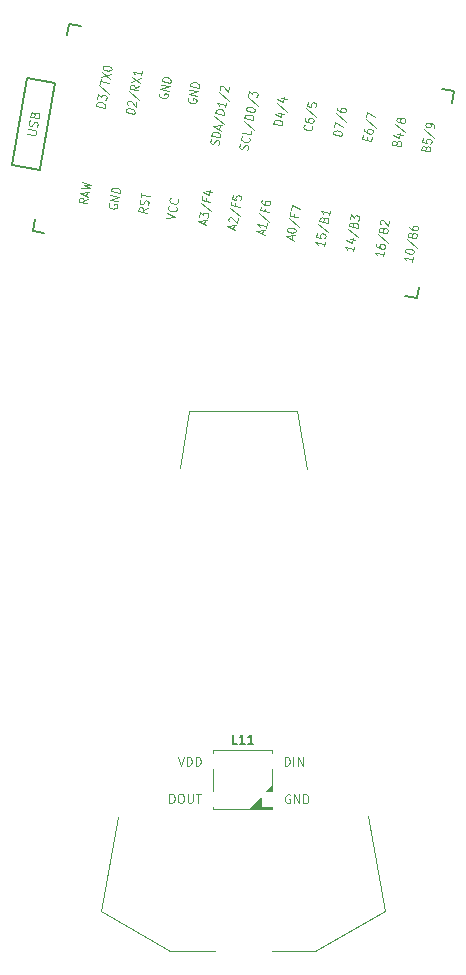
<source format=gto>
G04 #@! TF.GenerationSoftware,KiCad,Pcbnew,(5.1.9-0-10_14)*
G04 #@! TF.CreationDate,2021-06-24T09:39:22+09:00*
G04 #@! TF.ProjectId,reviung41,72657669-756e-4673-9431-2e6b69636164,1.4*
G04 #@! TF.SameCoordinates,PX2faf080PY2faf080*
G04 #@! TF.FileFunction,Legend,Top*
G04 #@! TF.FilePolarity,Positive*
%FSLAX46Y46*%
G04 Gerber Fmt 4.6, Leading zero omitted, Abs format (unit mm)*
G04 Created by KiCad (PCBNEW (5.1.9-0-10_14)) date 2021-06-24 09:39:22*
%MOMM*%
%LPD*%
G01*
G04 APERTURE LIST*
%ADD10C,0.120000*%
%ADD11C,0.100000*%
%ADD12C,0.150000*%
%ADD13C,0.125000*%
G04 APERTURE END LIST*
D10*
X106700000Y-75030000D02*
X105290000Y-66980000D01*
X100800000Y-78410000D02*
X106700000Y-75030000D01*
X97120000Y-78410000D02*
X100800000Y-78410000D01*
X88500000Y-78410000D02*
X92270000Y-78410000D01*
X82690000Y-75030000D02*
X88500000Y-78410000D01*
X84070000Y-67100000D02*
X82690000Y-75030000D01*
X99230000Y-32720000D02*
X100090000Y-37560000D01*
X90140000Y-32720000D02*
X99230000Y-32720000D01*
X89320000Y-37520000D02*
X90140000Y-32720000D01*
X92170000Y-61420000D02*
X97170000Y-61420000D01*
X97170000Y-66420000D02*
X92170000Y-66420000D01*
X97170000Y-61420000D02*
X97170000Y-61620000D01*
X97170000Y-66420000D02*
X97170000Y-66230000D01*
X97170000Y-64820000D02*
X97170000Y-62970000D01*
D11*
G36*
X97170000Y-66220000D02*
G01*
X96170000Y-66220000D01*
X96170000Y-65420000D01*
X95170000Y-66420000D01*
X97170000Y-66420000D01*
X97170000Y-66220000D01*
G37*
X97170000Y-66220000D02*
X96170000Y-66220000D01*
X96170000Y-65420000D01*
X95170000Y-66420000D01*
X97170000Y-66420000D01*
X97170000Y-66220000D01*
D10*
X92170000Y-66420000D02*
X92170000Y-66220000D01*
X92170000Y-61420000D02*
X92170000Y-61620000D01*
X92170000Y-62970000D02*
X92170000Y-64870000D01*
D11*
G36*
X96650000Y-64830000D02*
G01*
X97170000Y-64310000D01*
X97170000Y-64830000D01*
X96650000Y-64830000D01*
G37*
X96650000Y-64830000D02*
X97170000Y-64310000D01*
X97170000Y-64830000D01*
X96650000Y-64830000D01*
D12*
X112521383Y-5616522D02*
X112345998Y-6611177D01*
X109430446Y-23146100D02*
X109604094Y-22161292D01*
X111536575Y-5442873D02*
X112521383Y-5616522D01*
X108396397Y-22963769D02*
X109430446Y-23146100D01*
X79973487Y122551D02*
X79808521Y-813017D01*
X76882549Y-17407027D02*
X77056198Y-16422220D01*
X79973487Y122551D02*
X80958295Y-51098D01*
X76882549Y-17407027D02*
X77867357Y-17580676D01*
X75117857Y-11866417D02*
X77481395Y-12283173D01*
X77490078Y-12233933D02*
X78783756Y-4897115D01*
X78783756Y-4897115D02*
X76420218Y-4480359D01*
X76420218Y-4480359D02*
X75117857Y-11866417D01*
X94187857Y-60859285D02*
X93830714Y-60859285D01*
X93830714Y-60109285D01*
X94830714Y-60859285D02*
X94402142Y-60859285D01*
X94616428Y-60859285D02*
X94616428Y-60109285D01*
X94545000Y-60216428D01*
X94473571Y-60287857D01*
X94402142Y-60323571D01*
X95545000Y-60859285D02*
X95116428Y-60859285D01*
X95330714Y-60859285D02*
X95330714Y-60109285D01*
X95259285Y-60216428D01*
X95187857Y-60287857D01*
X95116428Y-60323571D01*
D11*
X98648571Y-65185000D02*
X98577142Y-65149285D01*
X98470000Y-65149285D01*
X98362857Y-65185000D01*
X98291428Y-65256428D01*
X98255714Y-65327857D01*
X98220000Y-65470714D01*
X98220000Y-65577857D01*
X98255714Y-65720714D01*
X98291428Y-65792142D01*
X98362857Y-65863571D01*
X98470000Y-65899285D01*
X98541428Y-65899285D01*
X98648571Y-65863571D01*
X98684285Y-65827857D01*
X98684285Y-65577857D01*
X98541428Y-65577857D01*
X99005714Y-65899285D02*
X99005714Y-65149285D01*
X99434285Y-65899285D01*
X99434285Y-65149285D01*
X99791428Y-65899285D02*
X99791428Y-65149285D01*
X99970000Y-65149285D01*
X100077142Y-65185000D01*
X100148571Y-65256428D01*
X100184285Y-65327857D01*
X100220000Y-65470714D01*
X100220000Y-65577857D01*
X100184285Y-65720714D01*
X100148571Y-65792142D01*
X100077142Y-65863571D01*
X99970000Y-65899285D01*
X99791428Y-65899285D01*
X98202142Y-62709285D02*
X98202142Y-61959285D01*
X98380714Y-61959285D01*
X98487857Y-61995000D01*
X98559285Y-62066428D01*
X98595000Y-62137857D01*
X98630714Y-62280714D01*
X98630714Y-62387857D01*
X98595000Y-62530714D01*
X98559285Y-62602142D01*
X98487857Y-62673571D01*
X98380714Y-62709285D01*
X98202142Y-62709285D01*
X98952142Y-62709285D02*
X98952142Y-61959285D01*
X99309285Y-62709285D02*
X99309285Y-61959285D01*
X99737857Y-62709285D01*
X99737857Y-61959285D01*
X89170000Y-61959285D02*
X89420000Y-62709285D01*
X89670000Y-61959285D01*
X89920000Y-62709285D02*
X89920000Y-61959285D01*
X90098571Y-61959285D01*
X90205714Y-61995000D01*
X90277142Y-62066428D01*
X90312857Y-62137857D01*
X90348571Y-62280714D01*
X90348571Y-62387857D01*
X90312857Y-62530714D01*
X90277142Y-62602142D01*
X90205714Y-62673571D01*
X90098571Y-62709285D01*
X89920000Y-62709285D01*
X90670000Y-62709285D02*
X90670000Y-61959285D01*
X90848571Y-61959285D01*
X90955714Y-61995000D01*
X91027142Y-62066428D01*
X91062857Y-62137857D01*
X91098571Y-62280714D01*
X91098571Y-62387857D01*
X91062857Y-62530714D01*
X91027142Y-62602142D01*
X90955714Y-62673571D01*
X90848571Y-62709285D01*
X90670000Y-62709285D01*
X88452142Y-65859285D02*
X88452142Y-65109285D01*
X88630714Y-65109285D01*
X88737857Y-65145000D01*
X88809285Y-65216428D01*
X88845000Y-65287857D01*
X88880714Y-65430714D01*
X88880714Y-65537857D01*
X88845000Y-65680714D01*
X88809285Y-65752142D01*
X88737857Y-65823571D01*
X88630714Y-65859285D01*
X88452142Y-65859285D01*
X89345000Y-65109285D02*
X89487857Y-65109285D01*
X89559285Y-65145000D01*
X89630714Y-65216428D01*
X89666428Y-65359285D01*
X89666428Y-65609285D01*
X89630714Y-65752142D01*
X89559285Y-65823571D01*
X89487857Y-65859285D01*
X89345000Y-65859285D01*
X89273571Y-65823571D01*
X89202142Y-65752142D01*
X89166428Y-65609285D01*
X89166428Y-65359285D01*
X89202142Y-65216428D01*
X89273571Y-65145000D01*
X89345000Y-65109285D01*
X89987857Y-65109285D02*
X89987857Y-65716428D01*
X90023571Y-65787857D01*
X90059285Y-65823571D01*
X90130714Y-65859285D01*
X90273571Y-65859285D01*
X90345000Y-65823571D01*
X90380714Y-65787857D01*
X90416428Y-65716428D01*
X90416428Y-65109285D01*
X90666428Y-65109285D02*
X91095000Y-65109285D01*
X90880714Y-65859285D02*
X90880714Y-65109285D01*
D12*
D13*
X81556713Y-14735723D02*
X81166214Y-14893646D01*
X81490230Y-15112763D02*
X80751624Y-14982527D01*
X80795946Y-14731167D01*
X80842198Y-14674528D01*
X80882910Y-14649310D01*
X80958794Y-14630293D01*
X81064309Y-14648899D01*
X81129112Y-14692722D01*
X81158744Y-14730344D01*
X81182835Y-14799386D01*
X81138513Y-15050746D01*
X81390004Y-14447152D02*
X81445406Y-14132951D01*
X81589954Y-14547202D02*
X80890130Y-14197026D01*
X81667517Y-14107322D01*
X80956612Y-13819985D02*
X81722919Y-13793121D01*
X81217504Y-13574415D01*
X81767240Y-13541761D01*
X81056336Y-13254424D01*
X83356228Y-15101621D02*
X83309976Y-15158260D01*
X83293356Y-15252520D01*
X83311907Y-15352982D01*
X83371170Y-15428225D01*
X83435973Y-15472049D01*
X83571120Y-15528276D01*
X83676635Y-15546881D01*
X83822862Y-15540268D01*
X83898745Y-15521251D01*
X83980169Y-15470814D01*
X84031961Y-15382756D01*
X84043042Y-15319916D01*
X84024491Y-15219454D01*
X83994859Y-15181832D01*
X83748657Y-15138420D01*
X83726496Y-15264100D01*
X84115064Y-14911455D02*
X83376459Y-14781219D01*
X84181547Y-14534415D01*
X83442941Y-14404178D01*
X84236949Y-14220214D02*
X83498343Y-14089978D01*
X83526044Y-13932878D01*
X83577836Y-13844819D01*
X83659260Y-13794382D01*
X83735144Y-13775366D01*
X83881371Y-13768753D01*
X83986886Y-13787358D01*
X84122033Y-13843585D01*
X84186836Y-13887408D01*
X84246099Y-13962652D01*
X84264650Y-14063114D01*
X84236949Y-14220214D01*
X86595852Y-15527069D02*
X86205354Y-15684992D01*
X86529370Y-15904109D02*
X85790764Y-15773873D01*
X85835086Y-15522513D01*
X85881338Y-15465874D01*
X85922050Y-15440656D01*
X85997933Y-15421639D01*
X86103448Y-15440244D01*
X86168252Y-15484068D01*
X86197883Y-15521690D01*
X86221974Y-15590732D01*
X86177653Y-15842092D01*
X86605002Y-15269506D02*
X86656795Y-15181448D01*
X86684496Y-15024348D01*
X86660404Y-14955306D01*
X86630773Y-14917684D01*
X86565970Y-14873860D01*
X86495626Y-14861457D01*
X86419743Y-14880474D01*
X86379031Y-14905692D01*
X86332779Y-14962330D01*
X86275446Y-15081809D01*
X86229194Y-15138447D01*
X86188482Y-15163666D01*
X86112598Y-15182682D01*
X86042255Y-15170279D01*
X85977452Y-15126455D01*
X85947820Y-15088834D01*
X85923729Y-15019792D01*
X85951430Y-14862691D01*
X86003222Y-14774633D01*
X86001292Y-14579911D02*
X86067774Y-14202870D01*
X86773139Y-14521627D02*
X86034533Y-14391391D01*
X88178612Y-16340701D02*
X88955999Y-16250997D01*
X88256175Y-15900821D01*
X89029701Y-15421672D02*
X89059333Y-15459294D01*
X89077884Y-15559756D01*
X89066803Y-15622596D01*
X89015011Y-15710654D01*
X88933587Y-15761091D01*
X88857704Y-15780108D01*
X88711477Y-15786721D01*
X88605962Y-15768116D01*
X88470815Y-15711889D01*
X88406012Y-15668065D01*
X88346749Y-15592822D01*
X88328198Y-15492360D01*
X88339278Y-15429520D01*
X88391070Y-15341461D01*
X88431782Y-15316243D01*
X89146046Y-14761851D02*
X89175677Y-14799473D01*
X89194228Y-14899935D01*
X89183148Y-14962775D01*
X89131355Y-15050833D01*
X89049932Y-15101270D01*
X88974048Y-15120286D01*
X88827821Y-15126900D01*
X88722306Y-15108294D01*
X88587159Y-15052068D01*
X88522356Y-15008244D01*
X88463093Y-14933000D01*
X88444542Y-14832539D01*
X88455622Y-14769698D01*
X88507415Y-14681640D01*
X88548127Y-14656422D01*
X91375174Y-16845833D02*
X91430576Y-16531633D01*
X91575124Y-16945884D02*
X90875300Y-16595707D01*
X91652687Y-16506003D01*
X90941782Y-16218666D02*
X91013805Y-15810206D01*
X91256397Y-16079760D01*
X91273018Y-15985500D01*
X91319270Y-15928861D01*
X91359982Y-15903643D01*
X91435865Y-15884626D01*
X91611724Y-15915635D01*
X91676527Y-15959458D01*
X91706159Y-15997080D01*
X91730250Y-16066122D01*
X91697009Y-16254642D01*
X91650756Y-16311281D01*
X91610045Y-16336499D01*
X91111598Y-15049922D02*
X91961510Y-15782930D01*
X91576050Y-14678261D02*
X91537268Y-14898201D01*
X91924157Y-14966420D02*
X91185551Y-14836184D01*
X91240953Y-14521983D01*
X91581339Y-14031254D02*
X92073742Y-14118078D01*
X91272264Y-14138741D02*
X91772138Y-14388867D01*
X91844161Y-13980406D01*
X93837194Y-17279954D02*
X93892596Y-16965754D01*
X94037144Y-17380005D02*
X93337320Y-17029828D01*
X94114707Y-16940124D01*
X93479686Y-16633771D02*
X93450054Y-16596149D01*
X93425963Y-16527107D01*
X93453664Y-16370007D01*
X93499916Y-16313368D01*
X93540628Y-16288150D01*
X93616512Y-16269133D01*
X93686855Y-16281537D01*
X93786830Y-16331562D01*
X94142408Y-16783023D01*
X94214431Y-16374563D01*
X93573618Y-15484043D02*
X94423530Y-16217051D01*
X94038070Y-15112382D02*
X93999288Y-15332322D01*
X94386177Y-15400541D02*
X93647571Y-15270305D01*
X93702973Y-14956104D01*
X93802697Y-14390543D02*
X93747295Y-14704744D01*
X94093472Y-14798181D01*
X94063840Y-14760559D01*
X94039749Y-14691517D01*
X94067450Y-14534417D01*
X94113702Y-14477779D01*
X94154414Y-14452560D01*
X94230298Y-14433544D01*
X94406156Y-14464552D01*
X94470959Y-14508376D01*
X94500591Y-14545998D01*
X94524682Y-14615040D01*
X94496981Y-14772140D01*
X94450729Y-14828778D01*
X94410017Y-14853997D01*
X96299213Y-17714074D02*
X96354615Y-17399874D01*
X96499163Y-17814125D02*
X95799339Y-17463948D01*
X96576726Y-17374244D01*
X96676450Y-16808683D02*
X96609967Y-17185723D01*
X96643208Y-16997203D02*
X95904603Y-16866967D01*
X95999037Y-16948412D01*
X96058300Y-17023656D01*
X96082392Y-17092698D01*
X96035637Y-15918163D02*
X96885549Y-16651171D01*
X96500089Y-15546502D02*
X96461307Y-15766442D01*
X96848196Y-15834661D02*
X96109590Y-15704425D01*
X96164992Y-15390224D01*
X96259176Y-14856083D02*
X96237015Y-14981763D01*
X96261106Y-15050805D01*
X96290738Y-15088427D01*
X96385172Y-15169872D01*
X96520319Y-15226099D01*
X96801693Y-15275713D01*
X96877576Y-15256696D01*
X96918288Y-15231478D01*
X96964540Y-15174840D01*
X96986701Y-15049160D01*
X96962610Y-14980118D01*
X96932978Y-14942496D01*
X96868175Y-14898672D01*
X96692317Y-14867664D01*
X96616433Y-14886680D01*
X96575721Y-14911899D01*
X96529469Y-14968537D01*
X96507308Y-15094217D01*
X96531399Y-15163259D01*
X96561031Y-15200881D01*
X96625834Y-15244704D01*
X98810473Y-18156877D02*
X98865875Y-17842677D01*
X99010423Y-18256928D02*
X98310599Y-17906751D01*
X99087986Y-17817047D01*
X98410322Y-17341190D02*
X98421403Y-17278350D01*
X98467655Y-17221711D01*
X98508367Y-17196493D01*
X98584250Y-17177477D01*
X98730477Y-17170863D01*
X98906336Y-17201872D01*
X99041483Y-17258099D01*
X99106286Y-17301922D01*
X99135917Y-17339544D01*
X99160009Y-17408586D01*
X99148928Y-17471426D01*
X99102676Y-17528064D01*
X99061964Y-17553283D01*
X98986081Y-17572299D01*
X98839854Y-17578913D01*
X98663995Y-17547904D01*
X98528848Y-17491677D01*
X98464045Y-17447854D01*
X98434414Y-17410232D01*
X98410322Y-17341190D01*
X98546897Y-16360966D02*
X99396809Y-17093974D01*
X99011349Y-15989305D02*
X98972567Y-16209245D01*
X99359456Y-16277464D02*
X98620850Y-16147228D01*
X98676252Y-15833027D01*
X98709493Y-15644507D02*
X98787056Y-15204626D01*
X99475800Y-15617643D01*
X101585395Y-18338400D02*
X101518913Y-18715441D01*
X101552154Y-18526920D02*
X100813548Y-18396684D01*
X100907983Y-18478129D01*
X100967246Y-18553373D01*
X100991337Y-18622415D01*
X100952054Y-17611183D02*
X100896651Y-17925383D01*
X101242828Y-18018820D01*
X101213197Y-17981199D01*
X101189106Y-17912157D01*
X101216807Y-17755057D01*
X101263059Y-17698418D01*
X101303771Y-17673200D01*
X101379654Y-17654183D01*
X101555513Y-17685192D01*
X101620316Y-17729015D01*
X101649947Y-17766637D01*
X101674039Y-17835679D01*
X101646338Y-17992779D01*
X101600086Y-18049418D01*
X101559374Y-18074636D01*
X101055387Y-16819480D02*
X101905299Y-17552487D01*
X101519839Y-16447818D02*
X101571631Y-16359759D01*
X101612343Y-16334541D01*
X101688226Y-16315524D01*
X101793741Y-16334129D01*
X101858545Y-16377953D01*
X101888176Y-16415575D01*
X101912267Y-16484617D01*
X101867946Y-16735977D01*
X101129340Y-16605741D01*
X101168121Y-16385800D01*
X101214374Y-16329162D01*
X101255085Y-16303944D01*
X101330969Y-16284927D01*
X101401313Y-16297331D01*
X101466116Y-16341154D01*
X101495747Y-16378776D01*
X101519839Y-16447818D01*
X101481057Y-16667758D01*
X102045232Y-15730535D02*
X101978750Y-16107576D01*
X102011991Y-15919055D02*
X101273385Y-15788819D01*
X101367820Y-15870265D01*
X101427083Y-15945508D01*
X101451174Y-16014550D01*
X104096654Y-18781203D02*
X104030172Y-19158244D01*
X104063413Y-18969723D02*
X103324807Y-18839487D01*
X103419242Y-18920932D01*
X103478505Y-18996176D01*
X103502596Y-19065218D01*
X103703974Y-18128818D02*
X104196378Y-18215642D01*
X103394900Y-18236304D02*
X103894774Y-18486430D01*
X103966797Y-18077970D01*
X103566646Y-17262283D02*
X104416558Y-17995290D01*
X104031098Y-16890621D02*
X104082890Y-16802562D01*
X104123602Y-16777344D01*
X104199485Y-16758327D01*
X104305000Y-16776932D01*
X104369804Y-16820756D01*
X104399435Y-16858378D01*
X104423526Y-16927420D01*
X104379205Y-17178780D01*
X103640599Y-17048544D01*
X103679380Y-16828603D01*
X103725633Y-16771965D01*
X103766344Y-16746747D01*
X103842228Y-16727730D01*
X103912572Y-16740134D01*
X103977375Y-16783957D01*
X104007006Y-16821579D01*
X104031098Y-16890621D01*
X103992316Y-17110561D01*
X103745863Y-16451563D02*
X103817886Y-16043102D01*
X104060478Y-16312656D01*
X104077098Y-16218396D01*
X104123351Y-16161758D01*
X104164062Y-16136539D01*
X104239946Y-16117523D01*
X104415805Y-16148531D01*
X104480608Y-16192355D01*
X104510239Y-16229977D01*
X104534331Y-16299018D01*
X104501089Y-16487539D01*
X104454837Y-16544177D01*
X104414125Y-16569395D01*
X109069934Y-19658126D02*
X109003452Y-20035167D01*
X109036693Y-19846646D02*
X108298087Y-19716410D01*
X108392522Y-19797855D01*
X108451785Y-19873099D01*
X108475876Y-19942141D01*
X108403351Y-19119429D02*
X108414432Y-19056589D01*
X108460684Y-18999950D01*
X108501396Y-18974732D01*
X108577279Y-18955716D01*
X108723506Y-18949102D01*
X108899365Y-18980111D01*
X109034512Y-19036338D01*
X109099315Y-19080161D01*
X109128946Y-19117783D01*
X109153038Y-19186825D01*
X109141957Y-19249665D01*
X109095705Y-19306304D01*
X109054993Y-19331522D01*
X108979109Y-19350538D01*
X108832882Y-19357152D01*
X108657024Y-19326143D01*
X108521877Y-19269916D01*
X108457074Y-19226093D01*
X108427443Y-19188471D01*
X108403351Y-19119429D01*
X108539926Y-18139206D02*
X109389838Y-18872213D01*
X109004378Y-17767544D02*
X109056170Y-17679485D01*
X109096882Y-17654267D01*
X109172765Y-17635250D01*
X109278280Y-17653855D01*
X109343084Y-17697679D01*
X109372715Y-17735301D01*
X109396806Y-17804343D01*
X109352485Y-18055703D01*
X108613879Y-17925467D01*
X108652660Y-17705526D01*
X108698913Y-17648888D01*
X108739624Y-17623670D01*
X108815508Y-17604653D01*
X108885852Y-17617057D01*
X108950655Y-17660880D01*
X108980286Y-17698502D01*
X109004378Y-17767544D01*
X108965596Y-17987484D01*
X108780085Y-16982865D02*
X108757924Y-17108545D01*
X108782016Y-17177587D01*
X108811647Y-17215209D01*
X108906082Y-17296654D01*
X109041228Y-17352881D01*
X109322602Y-17402495D01*
X109398486Y-17383478D01*
X109439198Y-17358260D01*
X109485450Y-17301622D01*
X109507611Y-17175941D01*
X109483519Y-17106900D01*
X109453888Y-17069278D01*
X109389085Y-17025454D01*
X109213226Y-16994446D01*
X109137342Y-17013462D01*
X109096631Y-17038681D01*
X109050378Y-17095319D01*
X109028218Y-17220999D01*
X109052309Y-17290041D01*
X109081940Y-17327663D01*
X109146744Y-17371486D01*
X106607914Y-19224006D02*
X106541432Y-19601047D01*
X106574673Y-19412526D02*
X105836067Y-19282290D01*
X105930502Y-19363735D01*
X105989765Y-19438979D01*
X106013856Y-19508021D01*
X105969032Y-18528209D02*
X105946872Y-18653889D01*
X105970963Y-18722931D01*
X106000594Y-18760553D01*
X106095029Y-18841998D01*
X106230176Y-18898225D01*
X106511549Y-18947839D01*
X106587433Y-18928822D01*
X106628145Y-18903604D01*
X106674397Y-18846965D01*
X106696558Y-18721285D01*
X106672466Y-18652243D01*
X106642835Y-18614621D01*
X106578032Y-18570798D01*
X106402173Y-18539789D01*
X106326290Y-18558806D01*
X106285578Y-18584024D01*
X106239326Y-18640663D01*
X106217165Y-18766343D01*
X106241256Y-18835385D01*
X106270888Y-18873006D01*
X106335691Y-18916830D01*
X106077906Y-17705086D02*
X106927818Y-18438093D01*
X106542358Y-17333424D02*
X106594150Y-17245365D01*
X106634862Y-17220147D01*
X106710745Y-17201130D01*
X106816260Y-17219735D01*
X106881064Y-17263559D01*
X106910695Y-17301181D01*
X106934786Y-17370223D01*
X106890465Y-17621583D01*
X106151859Y-17491347D01*
X106190640Y-17271406D01*
X106236893Y-17214768D01*
X106277604Y-17189550D01*
X106353488Y-17170533D01*
X106423832Y-17182937D01*
X106488635Y-17226760D01*
X106518266Y-17264382D01*
X106542358Y-17333424D01*
X106503576Y-17553364D01*
X106333007Y-16875349D02*
X106303375Y-16837727D01*
X106279284Y-16768686D01*
X106306985Y-16611585D01*
X106353237Y-16554947D01*
X106393949Y-16529729D01*
X106469832Y-16510712D01*
X106540176Y-16523115D01*
X106640151Y-16573141D01*
X106995729Y-17024602D01*
X107067751Y-16616141D01*
X105142244Y-9725186D02*
X105181025Y-9505246D01*
X105584535Y-9479204D02*
X105529132Y-9793405D01*
X104790527Y-9663169D01*
X104845929Y-9348968D01*
X104945652Y-8783407D02*
X104923492Y-8909087D01*
X104947583Y-8978129D01*
X104977214Y-9015751D01*
X105071649Y-9097196D01*
X105206796Y-9153423D01*
X105488169Y-9203037D01*
X105564053Y-9184020D01*
X105604765Y-9158802D01*
X105651017Y-9102164D01*
X105673178Y-8976483D01*
X105649086Y-8907442D01*
X105619455Y-8869820D01*
X105554652Y-8825996D01*
X105378793Y-8794988D01*
X105302910Y-8814004D01*
X105262198Y-8839223D01*
X105215946Y-8895861D01*
X105193785Y-9021541D01*
X105217876Y-9090583D01*
X105247508Y-9128205D01*
X105312311Y-9172028D01*
X105054526Y-7960284D02*
X105904438Y-8693291D01*
X105117399Y-7809385D02*
X105194962Y-7369505D01*
X105883706Y-7782521D01*
X103012332Y-9382022D02*
X102273726Y-9251786D01*
X102301427Y-9094686D01*
X102353220Y-9006627D01*
X102434644Y-8956190D01*
X102510527Y-8937174D01*
X102656754Y-8930561D01*
X102762269Y-8949166D01*
X102897416Y-9005393D01*
X102962219Y-9049216D01*
X103021482Y-9124460D01*
X103040033Y-9224922D01*
X103012332Y-9382022D01*
X102378990Y-8654805D02*
X102456553Y-8214924D01*
X103145297Y-8627941D01*
X102548806Y-7486061D02*
X103398719Y-8219068D01*
X102672621Y-6989542D02*
X102650460Y-7115222D01*
X102674552Y-7184264D01*
X102704183Y-7221886D01*
X102798618Y-7303331D01*
X102933764Y-7359558D01*
X103215138Y-7409172D01*
X103291022Y-7390155D01*
X103331734Y-7364937D01*
X103377986Y-7308298D01*
X103400147Y-7182618D01*
X103376055Y-7113576D01*
X103346424Y-7075954D01*
X103281621Y-7032131D01*
X103105762Y-7001122D01*
X103029878Y-7020139D01*
X102989166Y-7045357D01*
X102942914Y-7101996D01*
X102920754Y-7227676D01*
X102944845Y-7296718D01*
X102974476Y-7334339D01*
X103039280Y-7378163D01*
X87644527Y-5754269D02*
X87598275Y-5810908D01*
X87581655Y-5905168D01*
X87600206Y-6005630D01*
X87659469Y-6080873D01*
X87724272Y-6124697D01*
X87859419Y-6180924D01*
X87964934Y-6199529D01*
X88111161Y-6192916D01*
X88187044Y-6173899D01*
X88268468Y-6123462D01*
X88320260Y-6035404D01*
X88331341Y-5972564D01*
X88312790Y-5872102D01*
X88283158Y-5834480D01*
X88036956Y-5791068D01*
X88014795Y-5916748D01*
X88403363Y-5564103D02*
X87664758Y-5433867D01*
X88469846Y-5187063D01*
X87731240Y-5056826D01*
X88525248Y-4872862D02*
X87786642Y-4742626D01*
X87814343Y-4585526D01*
X87866135Y-4497467D01*
X87947559Y-4447030D01*
X88023443Y-4428014D01*
X88169670Y-4421401D01*
X88275185Y-4440006D01*
X88410332Y-4496233D01*
X88475135Y-4540056D01*
X88534398Y-4615300D01*
X88552949Y-4715762D01*
X88525248Y-4872862D01*
X90057306Y-6179707D02*
X90011054Y-6236346D01*
X89994434Y-6330606D01*
X90012985Y-6431068D01*
X90072248Y-6506311D01*
X90137051Y-6550135D01*
X90272198Y-6606362D01*
X90377713Y-6624967D01*
X90523940Y-6618354D01*
X90599823Y-6599337D01*
X90681247Y-6548900D01*
X90733039Y-6460842D01*
X90744120Y-6398002D01*
X90725569Y-6297540D01*
X90695937Y-6259918D01*
X90449735Y-6216506D01*
X90427574Y-6342186D01*
X90816142Y-5989541D02*
X90077537Y-5859305D01*
X90882625Y-5612501D01*
X90144019Y-5482264D01*
X90938027Y-5298300D02*
X90199421Y-5168064D01*
X90227122Y-5010964D01*
X90278914Y-4922905D01*
X90360338Y-4872468D01*
X90436222Y-4853452D01*
X90582449Y-4846839D01*
X90687964Y-4865444D01*
X90823111Y-4921671D01*
X90887914Y-4965494D01*
X90947177Y-5040738D01*
X90965728Y-5141200D01*
X90938027Y-5298300D01*
X82973226Y-6990217D02*
X82234620Y-6859981D01*
X82262321Y-6702881D01*
X82314113Y-6614822D01*
X82395537Y-6564385D01*
X82471421Y-6545369D01*
X82617648Y-6538756D01*
X82723163Y-6557361D01*
X82858309Y-6613588D01*
X82923113Y-6657411D01*
X82982376Y-6732655D01*
X83000927Y-6833117D01*
X82973226Y-6990217D01*
X82339884Y-6263000D02*
X82411906Y-5854539D01*
X82654499Y-6124093D01*
X82671119Y-6029833D01*
X82717371Y-5973195D01*
X82758083Y-5947976D01*
X82833967Y-5928960D01*
X83009825Y-5959968D01*
X83074629Y-6003792D01*
X83104260Y-6041414D01*
X83128351Y-6110455D01*
X83095110Y-6298976D01*
X83048858Y-6355614D01*
X83008146Y-6380832D01*
X82509699Y-5094256D02*
X83359612Y-5827263D01*
X82567032Y-4974777D02*
X82633514Y-4597737D01*
X83338879Y-4916493D02*
X82600273Y-4786257D01*
X82661215Y-4440636D02*
X83477384Y-4130992D01*
X82738778Y-4000756D02*
X83399821Y-4570873D01*
X82805261Y-3623715D02*
X82816341Y-3560875D01*
X82862593Y-3504236D01*
X82903305Y-3479018D01*
X82979189Y-3460001D01*
X83125416Y-3453388D01*
X83301274Y-3484397D01*
X83436421Y-3540624D01*
X83501224Y-3584447D01*
X83530856Y-3622069D01*
X83554947Y-3691111D01*
X83543867Y-3753951D01*
X83497614Y-3810589D01*
X83456903Y-3835808D01*
X83381019Y-3854824D01*
X83234792Y-3861438D01*
X83058933Y-3830429D01*
X82923787Y-3774202D01*
X82858984Y-3730379D01*
X82829352Y-3692757D01*
X82805261Y-3623715D01*
X97989812Y-8496416D02*
X97251206Y-8366180D01*
X97278907Y-8209080D01*
X97330700Y-8121021D01*
X97412124Y-8070584D01*
X97488007Y-8051568D01*
X97634234Y-8044955D01*
X97739749Y-8063560D01*
X97874896Y-8119787D01*
X97939699Y-8163610D01*
X97998962Y-8238854D01*
X98017513Y-8339316D01*
X97989812Y-8496416D01*
X97663615Y-7466990D02*
X98156018Y-7553814D01*
X97354540Y-7574477D02*
X97854414Y-7824603D01*
X97926437Y-7416142D01*
X97526286Y-6600455D02*
X98376199Y-7333462D01*
X97896303Y-6147348D02*
X98388707Y-6234172D01*
X97587228Y-6254834D02*
X98087103Y-6504960D01*
X98159126Y-6096500D01*
X92583623Y-10156916D02*
X92635415Y-10068857D01*
X92663116Y-9911757D01*
X92639025Y-9842715D01*
X92609394Y-9805093D01*
X92544590Y-9761270D01*
X92474247Y-9748866D01*
X92398363Y-9767883D01*
X92357651Y-9793101D01*
X92311399Y-9849740D01*
X92254067Y-9969218D01*
X92207815Y-10025857D01*
X92167103Y-10051075D01*
X92091219Y-10070091D01*
X92020876Y-10057688D01*
X91956073Y-10013865D01*
X91926441Y-9976243D01*
X91902350Y-9907201D01*
X91930051Y-9750101D01*
X91981843Y-9662042D01*
X92735139Y-9503296D02*
X91996533Y-9373060D01*
X92024234Y-9215960D01*
X92076027Y-9127901D01*
X92157450Y-9077465D01*
X92233334Y-9058448D01*
X92379561Y-9051835D01*
X92485076Y-9070440D01*
X92620223Y-9126667D01*
X92685026Y-9170490D01*
X92744289Y-9245734D01*
X92762840Y-9346196D01*
X92735139Y-9503296D01*
X92634913Y-8837685D02*
X92690315Y-8523484D01*
X92834863Y-8937735D02*
X92135038Y-8587559D01*
X92912426Y-8497854D01*
X92260533Y-7670175D02*
X93110445Y-8403183D01*
X93073092Y-7586673D02*
X92334486Y-7456436D01*
X92362187Y-7299336D01*
X92413979Y-7211278D01*
X92495403Y-7160841D01*
X92571286Y-7141824D01*
X92717513Y-7135211D01*
X92823029Y-7153816D01*
X92958175Y-7210043D01*
X93022978Y-7253867D01*
X93082241Y-7329110D01*
X93100793Y-7429572D01*
X93073092Y-7586673D01*
X93250378Y-6581231D02*
X93183896Y-6958271D01*
X93217137Y-6769751D02*
X92478531Y-6639515D01*
X92572966Y-6720960D01*
X92632229Y-6796204D01*
X92656320Y-6865246D01*
X92609565Y-5690712D02*
X93459478Y-6423719D01*
X92748322Y-5520796D02*
X92718690Y-5483175D01*
X92694599Y-5414133D01*
X92722300Y-5257033D01*
X92768552Y-5200394D01*
X92809264Y-5175176D01*
X92885148Y-5156159D01*
X92955491Y-5168563D01*
X93055466Y-5218588D01*
X93411044Y-5670049D01*
X93483067Y-5261588D01*
X95048413Y-10575327D02*
X95100206Y-10487268D01*
X95127907Y-10330168D01*
X95103815Y-10261126D01*
X95074184Y-10223504D01*
X95009381Y-10179681D01*
X94939037Y-10167277D01*
X94863154Y-10186294D01*
X94822442Y-10211512D01*
X94776189Y-10268151D01*
X94718857Y-10387629D01*
X94672605Y-10444267D01*
X94631893Y-10469486D01*
X94556009Y-10488502D01*
X94485666Y-10476099D01*
X94420863Y-10432276D01*
X94391231Y-10394654D01*
X94367140Y-10325612D01*
X94394841Y-10168512D01*
X94446633Y-10080453D01*
X95196068Y-9532263D02*
X95225700Y-9569885D01*
X95244251Y-9670347D01*
X95233170Y-9733187D01*
X95181378Y-9821245D01*
X95099954Y-9871682D01*
X95024071Y-9890698D01*
X94877844Y-9897312D01*
X94772329Y-9878706D01*
X94637182Y-9822480D01*
X94572379Y-9778656D01*
X94513116Y-9703412D01*
X94494565Y-9602951D01*
X94505645Y-9540110D01*
X94557437Y-9452052D01*
X94598149Y-9426834D01*
X95371676Y-8947685D02*
X95316273Y-9261886D01*
X94577668Y-9131650D01*
X94719782Y-8120006D02*
X95569695Y-8853014D01*
X95532341Y-8036504D02*
X94793736Y-7906268D01*
X94821437Y-7749167D01*
X94873229Y-7661109D01*
X94954653Y-7610672D01*
X95030536Y-7591655D01*
X95176763Y-7585042D01*
X95282279Y-7603647D01*
X95417425Y-7659874D01*
X95482228Y-7703698D01*
X95541491Y-7778941D01*
X95560042Y-7879403D01*
X95532341Y-8036504D01*
X94932241Y-7120766D02*
X94943321Y-7057926D01*
X94989573Y-7001288D01*
X95030285Y-6976069D01*
X95106169Y-6957053D01*
X95252396Y-6950439D01*
X95428254Y-6981448D01*
X95563401Y-7037675D01*
X95628204Y-7081498D01*
X95657836Y-7119120D01*
X95681927Y-7188162D01*
X95670847Y-7251002D01*
X95624594Y-7307641D01*
X95583882Y-7332859D01*
X95507999Y-7351876D01*
X95361772Y-7358489D01*
X95185913Y-7327480D01*
X95050767Y-7271253D01*
X94985963Y-7227430D01*
X94956332Y-7189808D01*
X94932241Y-7120766D01*
X95068815Y-6140543D02*
X95918728Y-6873550D01*
X95131688Y-5989644D02*
X95203711Y-5581183D01*
X95446303Y-5850737D01*
X95462924Y-5756477D01*
X95509176Y-5699839D01*
X95549888Y-5674621D01*
X95625771Y-5655604D01*
X95801630Y-5686613D01*
X95866433Y-5730436D01*
X95896064Y-5768058D01*
X95920156Y-5837100D01*
X95886914Y-6025620D01*
X95840662Y-6082258D01*
X95799950Y-6107477D01*
X100497211Y-8549775D02*
X100526843Y-8587397D01*
X100545394Y-8687858D01*
X100534313Y-8750699D01*
X100482521Y-8838757D01*
X100401097Y-8889194D01*
X100325214Y-8908210D01*
X100178987Y-8914823D01*
X100073472Y-8896218D01*
X99938325Y-8839991D01*
X99873522Y-8796168D01*
X99814259Y-8720924D01*
X99795708Y-8620462D01*
X99806788Y-8557622D01*
X99858580Y-8469564D01*
X99899292Y-8444346D01*
X99928673Y-7866381D02*
X99906512Y-7992061D01*
X99930603Y-8061103D01*
X99960235Y-8098725D01*
X100054669Y-8180170D01*
X100189816Y-8236397D01*
X100471190Y-8286011D01*
X100547073Y-8266994D01*
X100587785Y-8241776D01*
X100634037Y-8185138D01*
X100656198Y-8059457D01*
X100632107Y-7990415D01*
X100602475Y-7952794D01*
X100537672Y-7908970D01*
X100361813Y-7877962D01*
X100285930Y-7896978D01*
X100245218Y-7922197D01*
X100198966Y-7978835D01*
X100176805Y-8104515D01*
X100200896Y-8173557D01*
X100230528Y-8211179D01*
X100295331Y-8255002D01*
X100037546Y-7043258D02*
X100887459Y-7776265D01*
X100166901Y-6515319D02*
X100111499Y-6829519D01*
X100457676Y-6922956D01*
X100428045Y-6885335D01*
X100403953Y-6816293D01*
X100431654Y-6659193D01*
X100477906Y-6602554D01*
X100518618Y-6577336D01*
X100594502Y-6558319D01*
X100770361Y-6589328D01*
X100835164Y-6633151D01*
X100864795Y-6670773D01*
X100888887Y-6739815D01*
X100861186Y-6896915D01*
X100814933Y-6953554D01*
X100774221Y-6978772D01*
X110148764Y-10413589D02*
X110200556Y-10325530D01*
X110241268Y-10300312D01*
X110317152Y-10281295D01*
X110422667Y-10299900D01*
X110487470Y-10343724D01*
X110517102Y-10381346D01*
X110541193Y-10450387D01*
X110496871Y-10701748D01*
X109758265Y-10571512D01*
X109797047Y-10351571D01*
X109843299Y-10294933D01*
X109884011Y-10269715D01*
X109959895Y-10250698D01*
X110030238Y-10263101D01*
X110095041Y-10306925D01*
X110124673Y-10344547D01*
X110148764Y-10413589D01*
X110109983Y-10633529D01*
X109930012Y-9597490D02*
X109874610Y-9911691D01*
X110220787Y-10005128D01*
X110191155Y-9967506D01*
X110167064Y-9898464D01*
X110194765Y-9741364D01*
X110241017Y-9684726D01*
X110281729Y-9659507D01*
X110357612Y-9640491D01*
X110533471Y-9671499D01*
X110598274Y-9715323D01*
X110627906Y-9752944D01*
X110651997Y-9821986D01*
X110624296Y-9979087D01*
X110578044Y-10035725D01*
X110537332Y-10060943D01*
X110033345Y-8805787D02*
X110883258Y-9538794D01*
X110851444Y-8690864D02*
X110873605Y-8565184D01*
X110849514Y-8496142D01*
X110819882Y-8458520D01*
X110725448Y-8377075D01*
X110590301Y-8320848D01*
X110308927Y-8271234D01*
X110233044Y-8290251D01*
X110192332Y-8315469D01*
X110146080Y-8372108D01*
X110123919Y-8497788D01*
X110148010Y-8566830D01*
X110177642Y-8604452D01*
X110242445Y-8648275D01*
X110418303Y-8679284D01*
X110494187Y-8660267D01*
X110534899Y-8635049D01*
X110581151Y-8578410D01*
X110603312Y-8452730D01*
X110579221Y-8383688D01*
X110549589Y-8346067D01*
X110484786Y-8302243D01*
X85470635Y-7511569D02*
X84732029Y-7381333D01*
X84759730Y-7224233D01*
X84811523Y-7136174D01*
X84892946Y-7085738D01*
X84968830Y-7066721D01*
X85115057Y-7060108D01*
X85220572Y-7078713D01*
X85355719Y-7134940D01*
X85420522Y-7178763D01*
X85479785Y-7254007D01*
X85498336Y-7354469D01*
X85470635Y-7511569D01*
X84913177Y-6765335D02*
X84883545Y-6727713D01*
X84859454Y-6658672D01*
X84887155Y-6501571D01*
X84933407Y-6444933D01*
X84974119Y-6419715D01*
X85050003Y-6400698D01*
X85120346Y-6413101D01*
X85220321Y-6463127D01*
X85575899Y-6914588D01*
X85647922Y-6506127D01*
X85007109Y-5615608D02*
X85857021Y-6348616D01*
X85886150Y-5155065D02*
X85495652Y-5312988D01*
X85819668Y-5532106D02*
X85081062Y-5401869D01*
X85125384Y-5150509D01*
X85171636Y-5093871D01*
X85212348Y-5068652D01*
X85288231Y-5049636D01*
X85393746Y-5068241D01*
X85458550Y-5112064D01*
X85488181Y-5149686D01*
X85512272Y-5218728D01*
X85467951Y-5470088D01*
X85186326Y-4804888D02*
X86002495Y-4495244D01*
X85263889Y-4365007D02*
X85924932Y-4935124D01*
X86107759Y-3898263D02*
X86041276Y-4275303D01*
X86074517Y-4086783D02*
X85335911Y-3956547D01*
X85430346Y-4037992D01*
X85489609Y-4113236D01*
X85513700Y-4182277D01*
X107686744Y-9979469D02*
X107738536Y-9891410D01*
X107779248Y-9866192D01*
X107855132Y-9847175D01*
X107960647Y-9865780D01*
X108025450Y-9909604D01*
X108055082Y-9947226D01*
X108079173Y-10016267D01*
X108034851Y-10267628D01*
X107296245Y-10137392D01*
X107335027Y-9917451D01*
X107381279Y-9860813D01*
X107421991Y-9835595D01*
X107497875Y-9816578D01*
X107568218Y-9828981D01*
X107633021Y-9872805D01*
X107662653Y-9910427D01*
X107686744Y-9979469D01*
X107647963Y-10199409D01*
X107708654Y-9238202D02*
X108201057Y-9325026D01*
X107399579Y-9345689D02*
X107899453Y-9595815D01*
X107971476Y-9187354D01*
X107571325Y-8371667D02*
X108421238Y-9104674D01*
X107978444Y-8119484D02*
X107932192Y-8176122D01*
X107891480Y-8201340D01*
X107815597Y-8220357D01*
X107780425Y-8214155D01*
X107715622Y-8170332D01*
X107685990Y-8132710D01*
X107661899Y-8063668D01*
X107684060Y-7937988D01*
X107730312Y-7881349D01*
X107771024Y-7856131D01*
X107846907Y-7837114D01*
X107882079Y-7843316D01*
X107946882Y-7887140D01*
X107976514Y-7924761D01*
X108000605Y-7993803D01*
X107978444Y-8119484D01*
X108002536Y-8188525D01*
X108032167Y-8226147D01*
X108096970Y-8269971D01*
X108237657Y-8294778D01*
X108313541Y-8275761D01*
X108354253Y-8250543D01*
X108400505Y-8193904D01*
X108422666Y-8068224D01*
X108398574Y-7999182D01*
X108368943Y-7961560D01*
X108304140Y-7917737D01*
X108163453Y-7892930D01*
X108087569Y-7911947D01*
X108046857Y-7937165D01*
X108000605Y-7993803D01*
D10*
X76381985Y-9242496D02*
X76979904Y-9347925D01*
X77056449Y-9325157D01*
X77097823Y-9296187D01*
X77145398Y-9232045D01*
X77170205Y-9091358D01*
X77147437Y-9014813D01*
X77118467Y-8973440D01*
X77054325Y-8925865D01*
X76456406Y-8820435D01*
X77215656Y-8627925D02*
X77269432Y-8528611D01*
X77300441Y-8352753D01*
X77277673Y-8276207D01*
X77248703Y-8234834D01*
X77184561Y-8187259D01*
X77114218Y-8174855D01*
X77037673Y-8197624D01*
X76996299Y-8226594D01*
X76948724Y-8290735D01*
X76888745Y-8425220D01*
X76841170Y-8489362D01*
X76799797Y-8518332D01*
X76723252Y-8541100D01*
X76652908Y-8528697D01*
X76588767Y-8481122D01*
X76559797Y-8439748D01*
X76537028Y-8363203D01*
X76568037Y-8187345D01*
X76621814Y-8088031D01*
X77037587Y-7581100D02*
X77091364Y-7481786D01*
X77132737Y-7452816D01*
X77209282Y-7430048D01*
X77314797Y-7448653D01*
X77378939Y-7496228D01*
X77407909Y-7537602D01*
X77430677Y-7614147D01*
X77381063Y-7895520D01*
X76642458Y-7765284D01*
X76685870Y-7519082D01*
X76733445Y-7454941D01*
X76774818Y-7425971D01*
X76851363Y-7403202D01*
X76921707Y-7415606D01*
X76985848Y-7463181D01*
X77014818Y-7504554D01*
X77037587Y-7581100D01*
X76994175Y-7827301D01*
M02*

</source>
